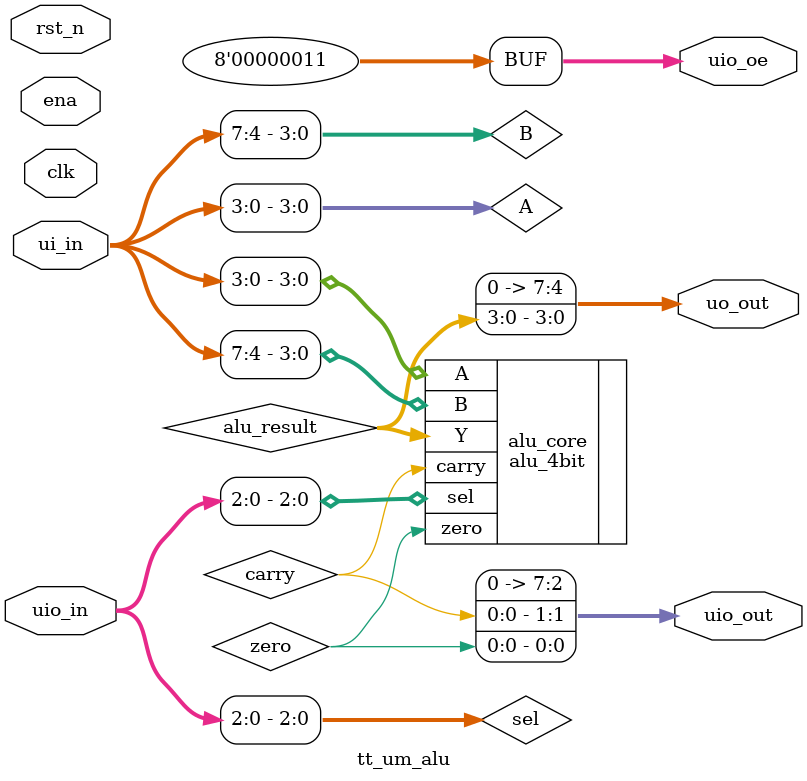
<source format=sv>
`default_nettype none

module tt_um_alu (
    input  wire [7:0] ui_in,    // A[3:0] = ui_in[3:0], B[3:0] = ui_in[7:4]
    output wire [7:0] uo_out,   // Resultado de 8 bits (4 bits útiles)
    input  wire [7:0] uio_in,   // Selector: sel[2:0] = uio_in[2:0]
    output wire [7:0] uio_out,  // Flags: uio_out[0] = zero, uio_out[1] = carry
    output wire [7:0] uio_oe,   // Configuración E/S (0=input, 1=output)
    input  wire       ena,      // Habilitación (no usado)
    input  wire       clk,      // Reloj (no usado)
    input  wire       rst_n     // Reset activo bajo (no usado)
);

    // Conexiones
    wire [3:0] A = ui_in[3:0];
    wire [3:0] B = ui_in[7:4];
    wire [2:0] sel = uio_in[2:0];
    wire [3:0] alu_result;
    wire carry, zero;

    // Instancia del núcleo ALU
    alu_4bit alu_core (
        .A(A),
        .B(B),
        .sel(sel),
        .Y(alu_result),
        .carry(carry),
        .zero(zero)
    );

    // Asignación de salidas
    assign uo_out = {4'b0, alu_result};  // Extiende a 8 bits
    assign uio_out = {6'b0, carry, zero};
    assign uio_oe = 8'b00000011;  // Bits 0-1 como salidas (flags)
endmodule

</source>
